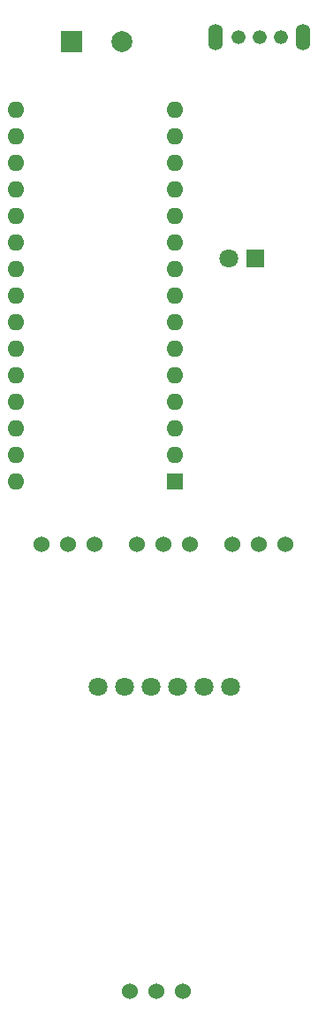
<source format=gbr>
%TF.GenerationSoftware,KiCad,Pcbnew,(5.1.12)-1*%
%TF.CreationDate,2023-05-17T18:58:12-04:00*%
%TF.ProjectId,Final_Design,46696e61-6c5f-4446-9573-69676e2e6b69,rev?*%
%TF.SameCoordinates,Original*%
%TF.FileFunction,Soldermask,Top*%
%TF.FilePolarity,Negative*%
%FSLAX46Y46*%
G04 Gerber Fmt 4.6, Leading zero omitted, Abs format (unit mm)*
G04 Created by KiCad (PCBNEW (5.1.12)-1) date 2023-05-17 18:58:12*
%MOMM*%
%LPD*%
G01*
G04 APERTURE LIST*
%ADD10C,2.000000*%
%ADD11R,2.000000X2.000000*%
%ADD12C,1.800000*%
%ADD13R,1.800000X1.800000*%
%ADD14C,1.324000*%
%ADD15O,1.424000X2.524000*%
%ADD16O,1.600000X1.600000*%
%ADD17R,1.600000X1.600000*%
%ADD18C,1.524000*%
G04 APERTURE END LIST*
D10*
%TO.C,U1*%
X109510000Y-30530000D03*
D11*
X104700000Y-30530000D03*
%TD*%
D12*
%TO.C,LED*%
X119760000Y-51300000D03*
D13*
X122300000Y-51300000D03*
%TD*%
D14*
%TO.C,U3*%
X124732000Y-30120000D03*
X122700000Y-30120000D03*
X120668000Y-30120000D03*
D15*
X126891000Y-30120000D03*
X118509000Y-30120000D03*
%TD*%
D16*
%TO.C,A1*%
X99360000Y-37040000D03*
X114600000Y-37040000D03*
X99360000Y-72600000D03*
X114600000Y-39580000D03*
X99360000Y-70060000D03*
X114600000Y-42120000D03*
X99360000Y-67520000D03*
X114600000Y-44660000D03*
X99360000Y-64980000D03*
X114600000Y-47200000D03*
X99360000Y-62440000D03*
X114600000Y-49740000D03*
X99360000Y-59900000D03*
X114600000Y-52280000D03*
X99360000Y-57360000D03*
X114600000Y-54820000D03*
X99360000Y-54820000D03*
X114600000Y-57360000D03*
X99360000Y-52280000D03*
X114600000Y-59900000D03*
X99360000Y-49740000D03*
X114600000Y-62440000D03*
X99360000Y-47200000D03*
X114600000Y-64980000D03*
X99360000Y-44660000D03*
X114600000Y-67520000D03*
X99360000Y-42120000D03*
X114600000Y-70060000D03*
X99360000Y-39580000D03*
D17*
X114600000Y-72600000D03*
%TD*%
D12*
%TO.C,U2*%
X119930000Y-92230000D03*
X117390000Y-92230000D03*
X114850000Y-92230000D03*
X112310000Y-92230000D03*
X109770000Y-92230000D03*
X107230000Y-92230000D03*
%TD*%
D18*
%TO.C,U4*%
X106900000Y-78610000D03*
X104360000Y-78610000D03*
X101820000Y-78610000D03*
%TD*%
%TO.C,U5*%
X125200000Y-78610000D03*
X122660000Y-78610000D03*
X120120000Y-78610000D03*
%TD*%
%TO.C,U7*%
X116000000Y-78610000D03*
X113460000Y-78610000D03*
X110920000Y-78610000D03*
%TD*%
%TO.C,U8*%
X115400000Y-121410000D03*
X112860000Y-121410000D03*
X110320000Y-121410000D03*
%TD*%
M02*

</source>
